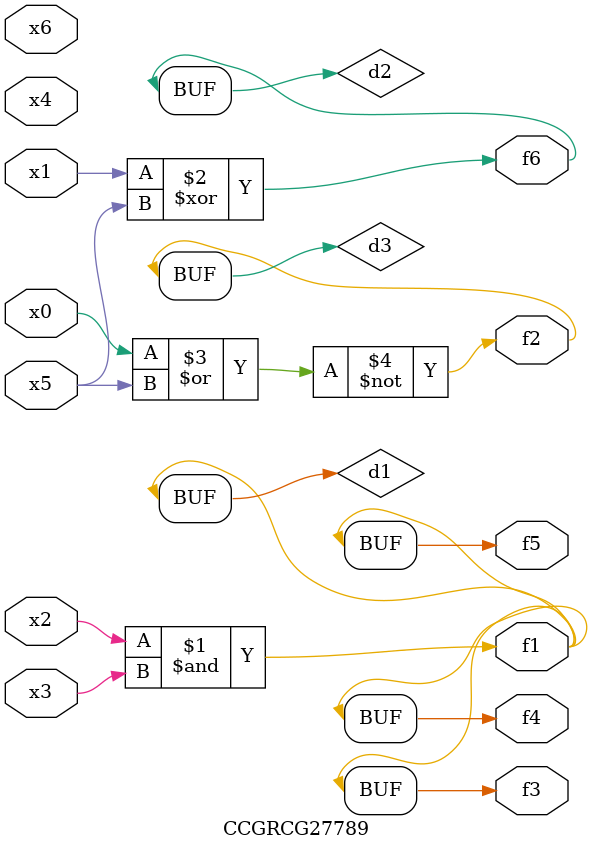
<source format=v>
module CCGRCG27789(
	input x0, x1, x2, x3, x4, x5, x6,
	output f1, f2, f3, f4, f5, f6
);

	wire d1, d2, d3;

	and (d1, x2, x3);
	xor (d2, x1, x5);
	nor (d3, x0, x5);
	assign f1 = d1;
	assign f2 = d3;
	assign f3 = d1;
	assign f4 = d1;
	assign f5 = d1;
	assign f6 = d2;
endmodule

</source>
